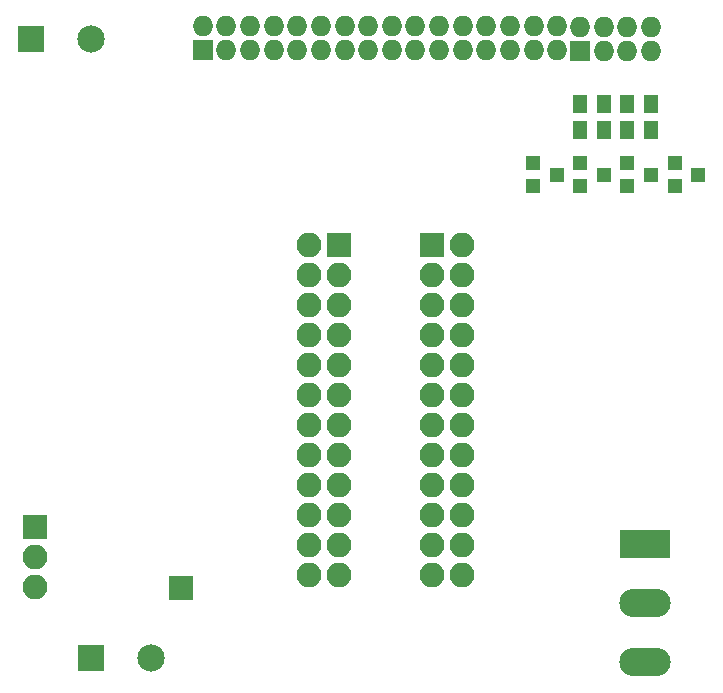
<source format=gts>
G04 #@! TF.FileFunction,Soldermask,Top*
%FSLAX46Y46*%
G04 Gerber Fmt 4.6, Leading zero omitted, Abs format (unit mm)*
G04 Created by KiCad (PCBNEW 4.0.6) date 04/04/18 23:00:04*
%MOMM*%
%LPD*%
G01*
G04 APERTURE LIST*
%ADD10C,0.100000*%
%ADD11R,2.100000X2.100000*%
%ADD12R,4.360000X2.380000*%
%ADD13O,4.360000X2.380000*%
%ADD14O,2.100000X2.100000*%
%ADD15R,1.750000X1.750000*%
%ADD16O,1.750000X1.750000*%
%ADD17R,2.305000X2.305000*%
%ADD18C,2.305000*%
%ADD19R,1.300000X1.200000*%
%ADD20R,1.300000X1.600000*%
G04 APERTURE END LIST*
D10*
D11*
X48200000Y10700000D03*
D12*
X87460000Y14400000D03*
D13*
X87460000Y9400000D03*
X87460000Y4400000D03*
D11*
X69460000Y39700000D03*
D14*
X72000000Y39700000D03*
X69460000Y37160000D03*
X72000000Y37160000D03*
X69460000Y34620000D03*
X72000000Y34620000D03*
X69460000Y32080000D03*
X72000000Y32080000D03*
X69460000Y29540000D03*
X72000000Y29540000D03*
X69460000Y27000000D03*
X72000000Y27000000D03*
X69460000Y24460000D03*
X72000000Y24460000D03*
X69460000Y21920000D03*
X72000000Y21920000D03*
X69460000Y19380000D03*
X72000000Y19380000D03*
X69460000Y16840000D03*
X72000000Y16840000D03*
X69460000Y14300000D03*
X72000000Y14300000D03*
X69460000Y11760000D03*
X72000000Y11760000D03*
D15*
X50025000Y56250000D03*
D16*
X50025000Y58250000D03*
X52025000Y56250000D03*
X52025000Y58250000D03*
X54025000Y56250000D03*
X54025000Y58250000D03*
X56025000Y56250000D03*
X56025000Y58250000D03*
X58025000Y56250000D03*
X58025000Y58250000D03*
X60025000Y56250000D03*
X60025000Y58250000D03*
X62025000Y56250000D03*
X62025000Y58250000D03*
X64025000Y56250000D03*
X64025000Y58250000D03*
X66025000Y56250000D03*
X66025000Y58250000D03*
X68025000Y56250000D03*
X68025000Y58250000D03*
X70025000Y56250000D03*
X70025000Y58250000D03*
X72025000Y56250000D03*
X72025000Y58250000D03*
X74025000Y56250000D03*
X74025000Y58250000D03*
X76025000Y56250000D03*
X76025000Y58250000D03*
X78025000Y56250000D03*
X78025000Y58250000D03*
X80025000Y56250000D03*
X80025000Y58250000D03*
D15*
X81969857Y56203413D03*
D16*
X81969857Y58203413D03*
X83969857Y56203413D03*
X83969857Y58203413D03*
X85969857Y56203413D03*
X85969857Y58203413D03*
X87969857Y56203413D03*
X87969857Y58203413D03*
D17*
X35460000Y57200000D03*
D18*
X40540000Y57200000D03*
D17*
X40560000Y4800000D03*
D18*
X45640000Y4800000D03*
D11*
X35800000Y15840000D03*
D14*
X35800000Y13300000D03*
X35800000Y10760000D03*
D11*
X61540000Y39700000D03*
D14*
X59000000Y39700000D03*
X61540000Y37160000D03*
X59000000Y37160000D03*
X61540000Y34620000D03*
X59000000Y34620000D03*
X61540000Y32080000D03*
X59000000Y32080000D03*
X61540000Y29540000D03*
X59000000Y29540000D03*
X61540000Y27000000D03*
X59000000Y27000000D03*
X61540000Y24460000D03*
X59000000Y24460000D03*
X61540000Y21920000D03*
X59000000Y21920000D03*
X61540000Y19380000D03*
X59000000Y19380000D03*
X61540000Y16840000D03*
X59000000Y16840000D03*
X61540000Y14300000D03*
X59000000Y14300000D03*
X61540000Y11760000D03*
X59000000Y11760000D03*
D19*
X89969857Y46653413D03*
X89969857Y44753413D03*
X91969857Y45703413D03*
X81969857Y46653413D03*
X81969857Y44753413D03*
X83969857Y45703413D03*
X85969857Y46653413D03*
X85969857Y44753413D03*
X87969857Y45703413D03*
X77969857Y46653413D03*
X77969857Y44753413D03*
X79969857Y45703413D03*
D20*
X87969857Y49503414D03*
X87969857Y51703414D03*
X83969857Y49503414D03*
X83969857Y51703414D03*
X85969857Y49503414D03*
X85969857Y51703414D03*
X81969857Y49503414D03*
X81969857Y51703414D03*
M02*

</source>
